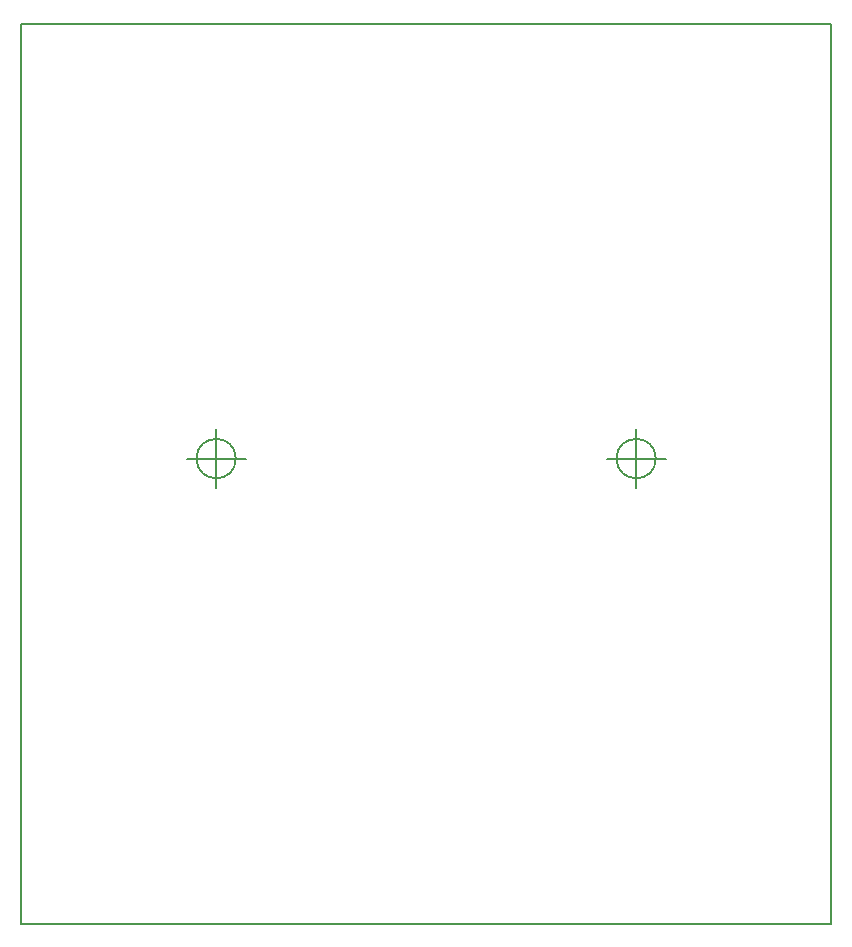
<source format=gbr>
G04 #@! TF.FileFunction,Profile,NP*
%FSLAX46Y46*%
G04 Gerber Fmt 4.6, Leading zero omitted, Abs format (unit mm)*
G04 Created by KiCad (PCBNEW 4.0.6) date 08/31/17 07:48:38*
%MOMM*%
%LPD*%
G01*
G04 APERTURE LIST*
%ADD10C,0.100000*%
%ADD11C,0.150000*%
G04 APERTURE END LIST*
D10*
D11*
X85090000Y-125730000D02*
X86360000Y-125730000D01*
X85090000Y-49530000D02*
X85090000Y-125730000D01*
X86360000Y-49530000D02*
X85090000Y-49530000D01*
X153670000Y-125730000D02*
X86360000Y-125730000D01*
X153670000Y-49530000D02*
X86360000Y-49530000D01*
X153670000Y-125730000D02*
X153670000Y-49530000D01*
X103266666Y-86360000D02*
G75*
G03X103266666Y-86360000I-1666666J0D01*
G01*
X99100000Y-86360000D02*
X104100000Y-86360000D01*
X101600000Y-83860000D02*
X101600000Y-88860000D01*
X138826666Y-86360000D02*
G75*
G03X138826666Y-86360000I-1666666J0D01*
G01*
X134660000Y-86360000D02*
X139660000Y-86360000D01*
X137160000Y-83860000D02*
X137160000Y-88860000D01*
M02*

</source>
